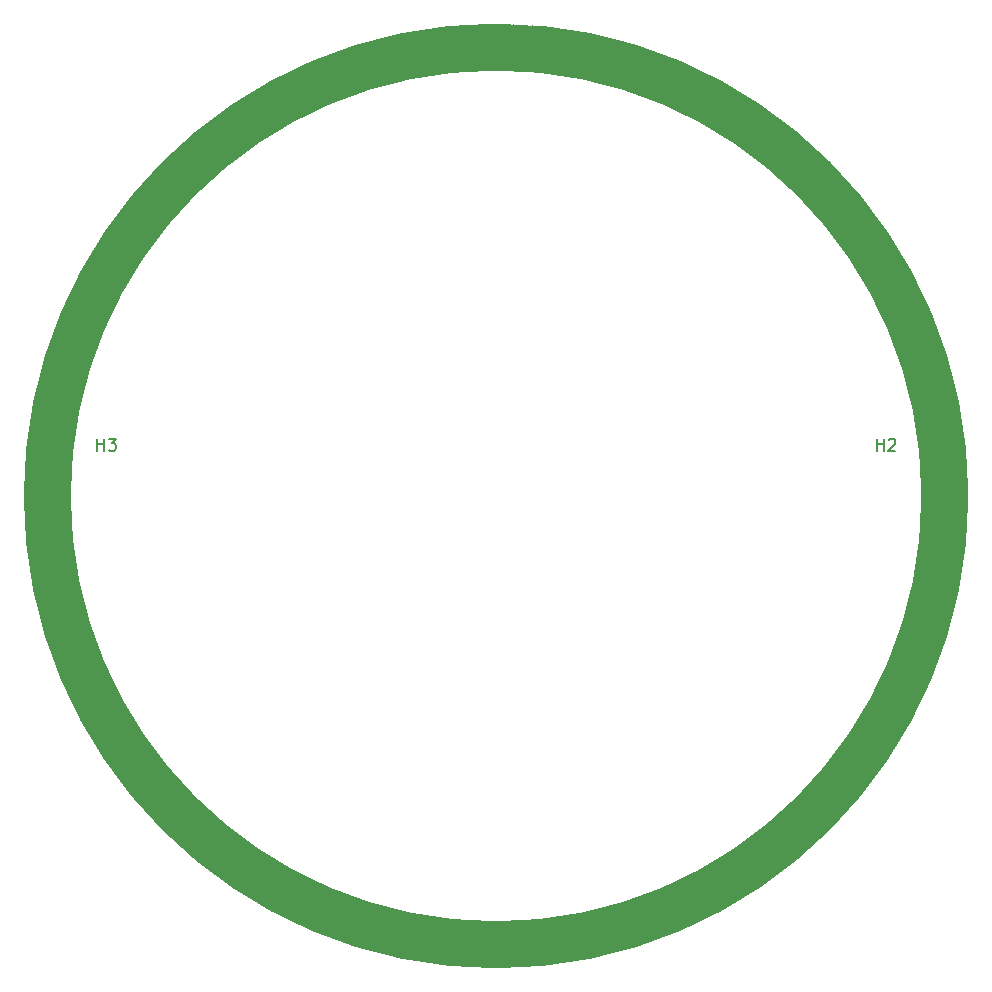
<source format=gbr>
%TF.GenerationSoftware,KiCad,Pcbnew,(7.0.0-0)*%
%TF.CreationDate,2023-03-04T18:51:26-06:00*%
%TF.ProjectId,plate,706c6174-652e-46b6-9963-61645f706362,rev?*%
%TF.SameCoordinates,Original*%
%TF.FileFunction,Legend,Top*%
%TF.FilePolarity,Positive*%
%FSLAX46Y46*%
G04 Gerber Fmt 4.6, Leading zero omitted, Abs format (unit mm)*
G04 Created by KiCad (PCBNEW (7.0.0-0)) date 2023-03-04 18:51:26*
%MOMM*%
%LPD*%
G01*
G04 APERTURE LIST*
%ADD10C,4.000000*%
%ADD11C,0.150000*%
G04 APERTURE END LIST*
D10*
X138000000Y-100000000D02*
G75*
G03*
X138000000Y-100000000I-38000000J0D01*
G01*
D11*
%TO.C,H3*%
X66238095Y-96167380D02*
X66238095Y-95167380D01*
X66238095Y-95643571D02*
X66809523Y-95643571D01*
X66809523Y-96167380D02*
X66809523Y-95167380D01*
X67190476Y-95167380D02*
X67809523Y-95167380D01*
X67809523Y-95167380D02*
X67476190Y-95548333D01*
X67476190Y-95548333D02*
X67619047Y-95548333D01*
X67619047Y-95548333D02*
X67714285Y-95595952D01*
X67714285Y-95595952D02*
X67761904Y-95643571D01*
X67761904Y-95643571D02*
X67809523Y-95738809D01*
X67809523Y-95738809D02*
X67809523Y-95976904D01*
X67809523Y-95976904D02*
X67761904Y-96072142D01*
X67761904Y-96072142D02*
X67714285Y-96119761D01*
X67714285Y-96119761D02*
X67619047Y-96167380D01*
X67619047Y-96167380D02*
X67333333Y-96167380D01*
X67333333Y-96167380D02*
X67238095Y-96119761D01*
X67238095Y-96119761D02*
X67190476Y-96072142D01*
%TO.C,H2*%
X132238095Y-96167380D02*
X132238095Y-95167380D01*
X132238095Y-95643571D02*
X132809523Y-95643571D01*
X132809523Y-96167380D02*
X132809523Y-95167380D01*
X133238095Y-95262619D02*
X133285714Y-95215000D01*
X133285714Y-95215000D02*
X133380952Y-95167380D01*
X133380952Y-95167380D02*
X133619047Y-95167380D01*
X133619047Y-95167380D02*
X133714285Y-95215000D01*
X133714285Y-95215000D02*
X133761904Y-95262619D01*
X133761904Y-95262619D02*
X133809523Y-95357857D01*
X133809523Y-95357857D02*
X133809523Y-95453095D01*
X133809523Y-95453095D02*
X133761904Y-95595952D01*
X133761904Y-95595952D02*
X133190476Y-96167380D01*
X133190476Y-96167380D02*
X133809523Y-96167380D01*
%TD*%
M02*

</source>
